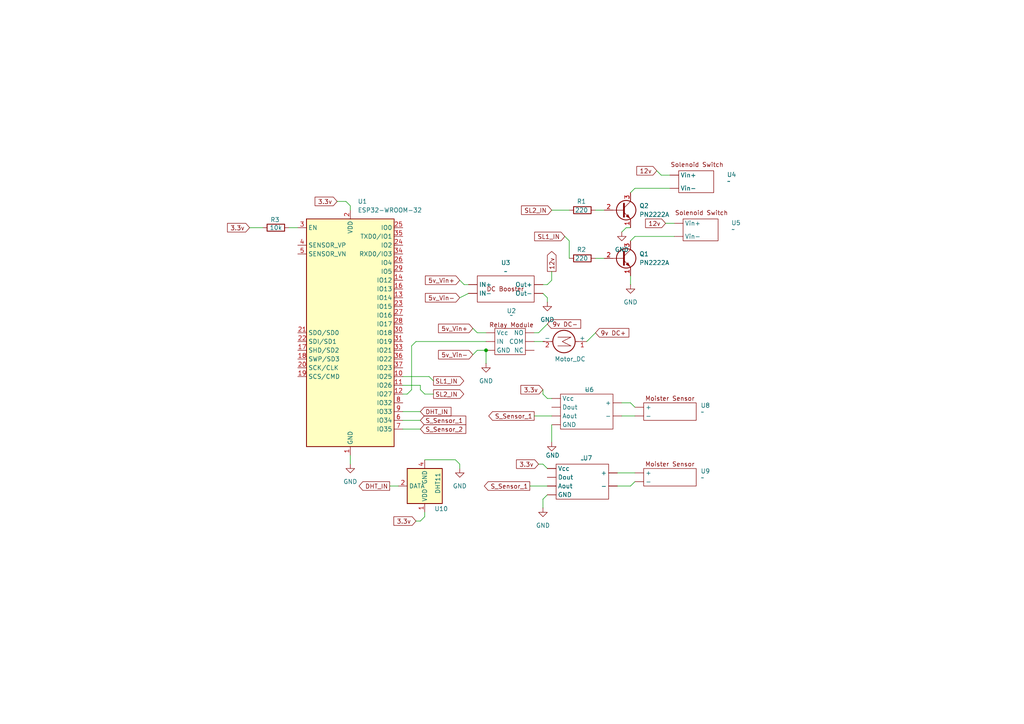
<source format=kicad_sch>
(kicad_sch (version 20250114) (generator "eeschema") (generator_version "9.0")
  (paper "A4")
  (title_block (date "2025-04-09"))
  (lib_symbols
    (symbol "Device:R" (pin_numbers (hide yes)) (pin_names (offset 0))
      (property "Reference" "R" (at 2.032 0 90))
      (property "Value" "R" (at 0 0 90))
      (symbol "R_0_1"
        (rectangle (start -1.016 -2.54) (end 1.016 2.54) (stroke (width 0.254)))
      )
      (symbol "R_1_1"
        (pin passive line (at 0 3.81 270) (length 1.27) (name "~") (number "1"))
        (pin passive line (at 0 -3.81 90) (length 1.27) (name "~") (number "2"))
      )
    )
    (symbol "Moisture_Sensor_Module_1"
      (property "Reference" "U" (at 0 0 0))
      (symbol "Moisture_Sensor_Module_1_0_1"
        (rectangle (start 0 -1.27) (end 15.24 -11.43))
      )
      (symbol "Moisture_Sensor_Module_1_1_1"
        (pin input line (at -2.54 -2.54 0) (length 2.54) (name "Vcc") (number ""))
        (pin output line (at -2.54 -5.08 0) (length 2.54) (name "Dout") (number ""))
        (pin output line (at -2.54 -7.62 0) (length 2.54) (name "Aout") (number ""))
        (pin input line (at -2.54 -10.16 0) (length 2.54) (name "GND") (number ""))
        (pin bidirectional line (at 17.78 -3.81 180) (length 2.54) (name "+") (number ""))
        (pin bidirectional line (at 17.78 -7.62 180) (length 2.54) (name "-") (number ""))
      )
    )
    (symbol "Moisture_sensor_1"
      (property "Reference" "U" (at 0 0 0))
      (symbol "Moisture_sensor_1_0_1"
        (rectangle (start 0 0) (end 15.24 -5.08))
      )
      (symbol "Moisture_sensor_1_1_1"
        (text "Moister Sensor" (at 7.62 1.27 0) (effects (font (size 1.27 1.27))))
        (pin bidirectional line (at -2.54 -1.27 0) (length 2.54) (name "+") (number ""))
        (pin bidirectional line (at -2.54 -3.81 0) (length 2.54) (name "-") (number ""))
      )
    )
    (symbol "Motor:Motor_DC" (pin_names (offset 0))
      (property "Reference" "M" (at 2.54 2.54 0))
      (property "Value" "Motor_DC" (at 2.54 -5.08 0))
      (symbol "Motor_DC_0_0"
        (polyline (pts (xy -1.27 -3.302) (xy -1.27 0.508) (xy 0 -2.032) (xy 1.27 0.508) (xy 1.27 -3.302)))
      )
      (symbol "Motor_DC_0_1"
        (polyline (pts (xy 0 2.032) (xy 0 2.54)))
        (polyline (pts (xy 0 1.7272) (xy 0 2.0828)))
        (circle (center 0 -1.524) (radius 3.2512) (stroke (width 0.254)))
        (polyline (pts (xy 0 -4.7752) (xy 0 -5.1816)))
        (polyline (pts (xy 0 -7.62) (xy 0 -7.112)))
      )
      (symbol "Motor_DC_1_1"
        (pin passive line (at 0 5.08 270) (length 2.54) (name "+") (number "1"))
        (pin passive line (at 0 -7.62 90) (length 2.54) (name "-") (number "2"))
      )
    )
    (symbol "RF_Module:ESP32-WROOM-32"
      (property "Reference" "U" (at -12.7 34.29 0))
      (property "Value" "ESP32-WROOM-32" (at 1.27 34.29 0))
      (symbol "ESP32-WROOM-32_0_1"
        (rectangle (start -12.7 33.02) (end 12.7 -33.02) (stroke (width 0.254)) (fill (type background)))
      )
      (symbol "ESP32-WROOM-32_1_1"
        (pin input line (at -15.24 30.48 0) (length 2.54) (name "EN") (number "3"))
        (pin input line (at -15.24 25.4 0) (length 2.54) (name "SENSOR_VP") (number "4"))
        (pin input line (at -15.24 22.86 0) (length 2.54) (name "SENSOR_VN") (number "5"))
        (pin bidirectional line (at -15.24 0 0) (length 2.54) (name "SDO/SD0") (number "21"))
        (pin bidirectional line (at -15.24 -2.54 0) (length 2.54) (name "SDI/SD1") (number "22"))
        (pin bidirectional line (at -15.24 -5.08 0) (length 2.54) (name "SHD/SD2") (number "17"))
        (pin bidirectional line (at -15.24 -7.62 0) (length 2.54) (name "SWP/SD3") (number "18"))
        (pin bidirectional line (at -15.24 -10.16 0) (length 2.54) (name "SCK/CLK") (number "20"))
        (pin bidirectional line (at -15.24 -12.7 0) (length 2.54) (name "SCS/CMD") (number "19"))
        (pin no_connect line (at -12.7 -27.94 0) (length 2.54) (hide yes) (name "NC") (number "32"))
        (pin power_in line (at 0 35.56 270) (length 2.54) (name "VDD") (number "2"))
        (pin power_in line (at 0 -35.56 90) (length 2.54) (name "GND") (number "1"))
        (pin passive line (at 0 -35.56 90) (length 2.54) (hide yes) (name "GND") (number "15"))
        (pin passive line (at 0 -35.56 90) (length 2.54) (hide yes) (name "GND") (number "38"))
        (pin passive line (at 0 -35.56 90) (length 2.54) (hide yes) (name "GND") (number "39"))
        (pin bidirectional line (at 15.24 30.48 180) (length 2.54) (name "IO0") (number "25"))
        (pin bidirectional line (at 15.24 27.94 180) (length 2.54) (name "TXD0/IO1") (number "35"))
        (pin bidirectional line (at 15.24 25.4 180) (length 2.54) (name "IO2") (number "24"))
        (pin bidirectional line (at 15.24 22.86 180) (length 2.54) (name "RXD0/IO3") (number "34"))
        (pin bidirectional line (at 15.24 20.32 180) (length 2.54) (name "IO4") (number "26"))
        (pin bidirectional line (at 15.24 17.78 180) (length 2.54) (name "IO5") (number "29"))
        (pin bidirectional line (at 15.24 15.24 180) (length 2.54) (name "IO12") (number "14"))
        (pin bidirectional line (at 15.24 12.7 180) (length 2.54) (name "IO13") (number "16"))
        (pin bidirectional line (at 15.24 10.16 180) (length 2.54) (name "IO14") (number "13"))
        (pin bidirectional line (at 15.24 7.62 180) (length 2.54) (name "IO15") (number "23"))
        (pin bidirectional line (at 15.24 5.08 180) (length 2.54) (name "IO16") (number "27"))
        (pin bidirectional line (at 15.24 2.54 180) (length 2.54) (name "IO17") (number "28"))
        (pin bidirectional line (at 15.24 0 180) (length 2.54) (name "IO18") (number "30"))
        (pin bidirectional line (at 15.24 -2.54 180) (length 2.54) (name "IO19") (number "31"))
        (pin bidirectional line (at 15.24 -5.08 180) (length 2.54) (name "IO21") (number "33"))
        (pin bidirectional line (at 15.24 -7.62 180) (length 2.54) (name "IO22") (number "36"))
        (pin bidirectional line (at 15.24 -10.16 180) (length 2.54) (name "IO23") (number "37"))
        (pin bidirectional line (at 15.24 -12.7 180) (length 2.54) (name "IO25") (number "10"))
        (pin bidirectional line (at 15.24 -15.24 180) (length 2.54) (name "IO26") (number "11"))
        (pin bidirectional line (at 15.24 -17.78 180) (length 2.54) (name "IO27") (number "12"))
        (pin bidirectional line (at 15.24 -20.32 180) (length 2.54) (name "IO32") (number "8"))
        (pin bidirectional line (at 15.24 -22.86 180) (length 2.54) (name "IO33") (number "9"))
        (pin input line (at 15.24 -25.4 180) (length 2.54) (name "IO34") (number "6"))
        (pin input line (at 15.24 -27.94 180) (length 2.54) (name "IO35") (number "7"))
      )
    )
    (symbol "Sensor:DHT11"
      (property "Reference" "U" (at -3.81 6.35 0))
      (property "Value" "DHT11" (at 3.81 6.35 0))
      (symbol "DHT11_0_1"
        (rectangle (start -5.08 5.08) (end 5.08 -5.08) (stroke (width 0.254)) (fill (type background)))
      )
      (symbol "DHT11_1_1"
        (pin no_connect line (at -5.08 0 0) (length 2.54) (hide yes) (name "NC") (number "3"))
        (pin power_in line (at 0 7.62 270) (length 2.54) (name "VDD") (number "1"))
        (pin power_in line (at 0 -7.62 90) (length 2.54) (name "GND") (number "4"))
        (pin bidirectional line (at 7.62 0 180) (length 2.54) (name "DATA") (number "2"))
      )
    )
    (symbol "Solenoid_Valve_1"
      (property "Reference" "U" (at 0 0 0))
      (symbol "Solenoid_Valve_1_0_1"
        (rectangle (start 0 -5.08) (end 10.16 -11.43))
      )
      (symbol "Solenoid_Valve_1_1_1"
        (text "Solenoid Switch" (at 5.334 -3.302 0) (effects (font (size 1.27 1.27))))
        (pin input line (at -2.54 -6.35 0) (length 2.54) (name "Vin+") (number ""))
        (pin input line (at -2.54 -10.16 0) (length 2.54) (name "Vin-") (number ""))
      )
    )
    (symbol "Transistor_BJT:PN2222A" (pin_names (offset 0) (hide yes))
      (property "Reference" "Q" (at 5.08 1.905 0))
      (property "Value" "PN2222A" (at 5.08 0 0))
      (symbol "PN2222A_0_1"
        (polyline (pts (xy -2.54 0) (xy 0.635 0)))
        (polyline (pts (xy 0.635 1.905) (xy 0.635 -1.905)) (stroke (width 0.508)))
        (circle (center 1.27 0) (radius 2.8194) (stroke (width 0.254)))
      )
      (symbol "PN2222A_1_1"
        (polyline (pts (xy 0.635 0.635) (xy 2.54 2.54)))
        (polyline (pts (xy 0.635 -0.635) (xy 2.54 -2.54)))
        (polyline (pts (xy 1.27 -1.778) (xy 1.778 -1.27) (xy 2.286 -2.286) (xy 1.27 -1.778)) (fill (type outline)))
        (pin input line (at -5.08 0 0) (length 2.54) (name "B") (number "2"))
        (pin passive line (at 2.54 5.08 270) (length 2.54) (name "C") (number "3"))
        (pin passive line (at 2.54 -5.08 90) (length 2.54) (name "E") (number "1"))
      )
    )
    (symbol "power:GND" (power) (pin_numbers (hide yes)) (pin_names (offset 0) (hide yes))
      (property "Value" "GND" (at 0 -3.81 0))
      (symbol "GND_0_1"
        (polyline (pts (xy 0 0) (xy 0 -1.27) (xy 1.27 -1.27) (xy 0 -2.54) (xy -1.27 -1.27) (xy 0 -1.27)))
      )
      (symbol "GND_1_1"
        (pin power_in line (at 0 0 270) (length 0) (name "~") (number "1"))
      )
    )
    (symbol "s6_projects:DC Booster"
      (property "Reference" "U" (at 0 0 0))
      (symbol "DC Booster_0_1"
        (rectangle (start 0 -1.27) (end 16.51 -8.89))
      )
      (symbol "DC Booster_1_1"
        (text "DC Booster" (at 8.128 -5.08 0) (effects (font (size 1.27 1.27))))
        (pin bidirectional line (at -2.54 -3.81 0) (length 2.54) (name "IN+") (number ""))
        (pin bidirectional line (at -2.54 -6.35 0) (length 2.54) (name "IN-") (number ""))
        (pin bidirectional line (at 19.05 -3.81 180) (length 2.54) (name "Out+") (number ""))
        (pin bidirectional line (at 19.05 -6.35 180) (length 2.54) (name "Out-") (number ""))
      )
    )
    (symbol "s6_projects:Moisture_Sensor_Module"
      (property "Reference" "U" (at 0 0 0))
      (symbol "Moisture_Sensor_Module_0_1"
        (rectangle (start 0 -1.27) (end 15.24 -11.43))
      )
      (symbol "Moisture_Sensor_Module_1_1"
        (pin input line (at -2.54 -2.54 0) (length 2.54) (name "Vcc") (number ""))
        (pin output line (at -2.54 -5.08 0) (length 2.54) (name "Dout") (number ""))
        (pin output line (at -2.54 -7.62 0) (length 2.54) (name "Aout") (number ""))
        (pin input line (at -2.54 -10.16 0) (length 2.54) (name "GND") (number ""))
        (pin bidirectional line (at 17.78 -3.81 180) (length 2.54) (name "+") (number ""))
        (pin bidirectional line (at 17.78 -7.62 180) (length 2.54) (name "-") (number ""))
      )
    )
    (symbol "s6_projects:Moisture_sensor"
      (property "Reference" "U" (at 0 0 0))
      (symbol "Moisture_sensor_0_1"
        (rectangle (start 0 0) (end 15.24 -5.08))
      )
      (symbol "Moisture_sensor_1_1"
        (text "Moister Sensor" (at 7.62 1.27 0) (effects (font (size 1.27 1.27))))
        (pin bidirectional line (at -2.54 -1.27 0) (length 2.54) (name "+") (number ""))
        (pin bidirectional line (at -2.54 -3.81 0) (length 2.54) (name "-") (number ""))
      )
    )
    (symbol "s6_projects:Realy s6 ec"
      (property "Reference" "U" (at 0 0 0))
      (symbol "Realy s6 ec_0_1"
        (rectangle (start 0 -2.54) (end 8.89 -10.16))
      )
      (symbol "Realy s6 ec_1_1"
        (text "Relay Module" (at 4.826 -1.524 0) (effects (font (size 1.27 1.27))))
        (pin input line (at -2.54 -3.81 0) (length 2.54) (name "Vcc") (number ""))
        (pin bidirectional line (at -2.54 -6.35 0) (length 2.54) (name "IN") (number ""))
        (pin input line (at -2.54 -8.89 0) (length 2.54) (name "GND") (number ""))
        (pin bidirectional line (at 11.43 -3.81 180) (length 2.54) (name "NO") (number ""))
        (pin bidirectional line (at 11.43 -6.35 180) (length 2.54) (name "COM") (number ""))
        (pin bidirectional line (at 11.43 -8.89 180) (length 2.54) (name "NC") (number ""))
      )
    )
    (symbol "s6_projects:Solenoid_Valve"
      (property "Reference" "U" (at 0 0 0))
      (symbol "Solenoid_Valve_0_1"
        (rectangle (start 0 -5.08) (end 10.16 -11.43))
      )
      (symbol "Solenoid_Valve_1_1"
        (text "Solenoid Switch" (at 5.334 -3.302 0) (effects (font (size 1.27 1.27))))
        (pin input line (at -2.54 -6.35 0) (length 2.54) (name "Vin+") (number ""))
        (pin input line (at -2.54 -10.16 0) (length 2.54) (name "Vin-") (number ""))
      )
    )
  )
  (junction (at 140.97 101.6))
  (wire (pts (xy 180.34 120.65) (xy 184.15 120.65)))
  (wire (pts (xy 157.48 114.3) (xy 158.75 115.57)))
  (wire (pts (xy 158.75 115.57) (xy 160.02 115.57)))
  (wire (pts (xy 153.67 140.97) (xy 158.75 140.97)))
  (wire (pts (xy 170.18 99.06) (xy 172.72 96.52)))
  (wire (pts (xy 134.62 82.55) (xy 135.89 82.55)))
  (wire (pts (xy 116.84 114.3) (xy 118.11 114.3)))
  (wire (pts (xy 182.88 140.97) (xy 184.15 139.7)))
  (wire (pts (xy 184.15 68.58) (xy 195.58 68.58)))
  (wire (pts (xy 119.38 113.03) (xy 119.38 100.33)))
  (wire (pts (xy 190.5 49.53) (xy 191.77 50.8)))
  (wire (pts (xy 121.92 111.76) (xy 121.92 113.03)))
  (wire (pts (xy 113.03 140.97) (xy 115.57 140.97)))
  (wire (pts (xy 133.35 134.62) (xy 133.35 135.89)))
  (wire (pts (xy 180.34 116.84) (xy 182.88 116.84)))
  (wire (pts (xy 157.48 85.09) (xy 158.75 86.36)))
  (wire (pts (xy 160.02 123.19) (xy 160.02 128.27)))
  (wire (pts (xy 157.48 144.78) (xy 158.75 143.51)))
  (wire (pts (xy 157.48 82.55) (xy 158.75 82.55)))
  (wire (pts (xy 157.48 113.03) (xy 157.48 114.3)))
  (wire (pts (xy 191.77 50.8) (xy 194.31 50.8)))
  (wire (pts (xy 116.84 111.76) (xy 121.92 111.76)))
  (wire (pts (xy 184.15 54.61) (xy 194.31 54.61)))
  (wire (pts (xy 154.94 99.06) (xy 157.48 99.06)))
  (wire (pts (xy 121.92 113.03) (xy 123.19 114.3)))
  (wire (pts (xy 133.35 86.36) (xy 135.89 85.09)))
  (wire (pts (xy 118.11 114.3) (xy 119.38 113.03)))
  (wire (pts (xy 179.07 140.97) (xy 182.88 140.97)))
  (wire (pts (xy 101.6 59.69) (xy 101.6 60.96)))
  (wire (pts (xy 97.79 58.42) (xy 100.33 58.42)))
  (wire (pts (xy 121.92 151.13) (xy 123.19 149.86)))
  (wire (pts (xy 172.72 74.93) (xy 175.26 74.93)))
  (wire (pts (xy 158.75 82.55) (xy 160.02 81.28)))
  (wire (pts (xy 120.65 99.06) (xy 140.97 99.06)))
  (wire (pts (xy 165.1 69.85) (xy 165.1 74.93)))
  (wire (pts (xy 193.04 64.77) (xy 195.58 64.77)))
  (wire (pts (xy 180.34 67.31) (xy 181.61 66.04)))
  (wire (pts (xy 123.19 114.3) (xy 125.73 114.3)))
  (wire (pts (xy 182.88 116.84) (xy 184.15 118.11)))
  (wire (pts (xy 181.61 66.04) (xy 182.88 66.04)))
  (wire (pts (xy 154.94 120.65) (xy 160.02 120.65)))
  (wire (pts (xy 182.88 69.85) (xy 184.15 68.58)))
  (wire (pts (xy 123.19 148.59) (xy 123.19 149.86)))
  (wire (pts (xy 140.97 101.6) (xy 140.97 105.41)))
  (wire (pts (xy 182.88 80.01) (xy 182.88 82.55)))
  (wire (pts (xy 160.02 78.74) (xy 160.02 81.28)))
  (wire (pts (xy 179.07 137.16) (xy 184.15 137.16)))
  (wire (pts (xy 123.19 133.35) (xy 132.08 133.35)))
  (wire (pts (xy 116.84 124.46) (xy 121.92 124.46)))
  (wire (pts (xy 160.02 60.96) (xy 165.1 60.96)))
  (wire (pts (xy 172.72 60.96) (xy 175.26 60.96)))
  (wire (pts (xy 83.82 66.04) (xy 86.36 66.04)))
  (wire (pts (xy 133.35 81.28) (xy 134.62 82.55)))
  (wire (pts (xy 116.84 121.92) (xy 121.92 121.92)))
  (wire (pts (xy 156.21 134.62) (xy 157.48 134.62)))
  (wire (pts (xy 182.88 55.88) (xy 184.15 54.61)))
  (wire (pts (xy 101.6 59.69) (xy 100.33 58.42)))
  (wire (pts (xy 157.48 144.78) (xy 157.48 147.32)))
  (wire (pts (xy 116.84 119.38) (xy 121.92 119.38)))
  (wire (pts (xy 119.38 100.33) (xy 120.65 99.06)))
  (wire (pts (xy 124.46 109.22) (xy 125.73 110.49)))
  (wire (pts (xy 72.39 66.04) (xy 76.2 66.04)))
  (wire (pts (xy 138.43 96.52) (xy 140.97 96.52)))
  (wire (pts (xy 132.08 133.35) (xy 133.35 134.62)))
  (wire (pts (xy 156.21 96.52) (xy 158.75 93.98)))
  (wire (pts (xy 137.16 95.25) (xy 138.43 96.52)))
  (wire (pts (xy 163.83 68.58) (xy 165.1 69.85)))
  (wire (pts (xy 154.94 96.52) (xy 156.21 96.52)))
  (wire (pts (xy 120.65 151.13) (xy 121.92 151.13)))
  (wire (pts (xy 137.16 102.87) (xy 138.43 101.6)))
  (wire (pts (xy 138.43 101.6) (xy 140.97 101.6)))
  (wire (pts (xy 116.84 109.22) (xy 124.46 109.22)))
  (wire (pts (xy 157.48 134.62) (xy 158.75 135.89)))
  (wire (pts (xy 158.75 86.36) (xy 158.75 87.63)))
  (wire (pts (xy 101.6 132.08) (xy 101.6 134.62)))
  (global_label "S_Sensor_1" (shape input) (at 121.92 121.92 0) (property "Intersheetrefs" "${INTERSHEET_REFS}" (effects (hide yes))))
  (global_label "12v" (shape input) (at 193.04 64.77 180) (property "Intersheetrefs" "${INTERSHEET_REFS}" (effects (hide yes))))
  (global_label "S_Sensor_1" (shape output) (at 153.67 140.97 180) (property "Intersheetrefs" "${INTERSHEET_REFS}" (effects (hide yes))))
  (global_label "S_Sensor_1" (shape output) (at 154.94 120.65 180) (property "Intersheetrefs" "${INTERSHEET_REFS}" (effects (hide yes))))
  (global_label "SL1_IN" (shape output) (at 125.73 110.49 0) (property "Intersheetrefs" "${INTERSHEET_REFS}" (effects (hide yes))))
  (global_label "3.3v" (shape input) (at 72.39 66.04 180) (property "Intersheetrefs" "${INTERSHEET_REFS}" (effects (hide yes))))
  (global_label "5v_Vin+" (shape input) (at 133.35 81.28 180) (property "Intersheetrefs" "${INTERSHEET_REFS}" (effects (hide yes))))
  (global_label "9v DC+" (shape input) (at 172.72 96.52 0) (property "Intersheetrefs" "${INTERSHEET_REFS}" (effects (hide yes))))
  (global_label "SL1_IN" (shape input) (at 163.83 68.58 180) (property "Intersheetrefs" "${INTERSHEET_REFS}" (effects (hide yes))))
  (global_label "5v_Vin-" (shape input) (at 133.35 86.36 180) (property "Intersheetrefs" "${INTERSHEET_REFS}" (effects (hide yes))))
  (global_label "S_Sensor_2" (shape input) (at 121.92 124.46 0) (property "Intersheetrefs" "${INTERSHEET_REFS}" (effects (hide yes))))
  (global_label "3.3v" (shape input) (at 156.21 134.62 180) (property "Intersheetrefs" "${INTERSHEET_REFS}" (effects (hide yes))))
  (global_label "SL2_IN" (shape output) (at 125.73 114.3 0) (property "Intersheetrefs" "${INTERSHEET_REFS}" (effects (hide yes))))
  (global_label "12v" (shape output) (at 160.02 78.74 90) (property "Intersheetrefs" "${INTERSHEET_REFS}" (effects (hide yes))))
  (global_label "3.3v" (shape input) (at 120.65 151.13 180) (property "Intersheetrefs" "${INTERSHEET_REFS}" (effects (hide yes))))
  (global_label "DHT_IN" (shape input) (at 121.92 119.38 0) (property "Intersheetrefs" "${INTERSHEET_REFS}" (effects (hide yes))))
  (global_label "12v" (shape input) (at 190.5 49.53 180) (property "Intersheetrefs" "${INTERSHEET_REFS}" (effects (hide yes))))
  (global_label "5v_Vin-" (shape input) (at 137.16 102.87 180) (property "Intersheetrefs" "${INTERSHEET_REFS}" (effects (hide yes))))
  (global_label "SL2_IN" (shape input) (at 160.02 60.96 180) (property "Intersheetrefs" "${INTERSHEET_REFS}" (effects (hide yes))))
  (global_label "3.3v" (shape input) (at 97.79 58.42 180) (property "Intersheetrefs" "${INTERSHEET_REFS}" (effects (hide yes))))
  (global_label "3.3v" (shape input) (at 157.48 113.03 180) (property "Intersheetrefs" "${INTERSHEET_REFS}" (effects (hide yes))))
  (global_label "DHT_IN" (shape output) (at 113.03 140.97 180) (property "Intersheetrefs" "${INTERSHEET_REFS}" (effects (hide yes))))
  (global_label "9v DC-" (shape input) (at 158.75 93.98 0) (property "Intersheetrefs" "${INTERSHEET_REFS}" (effects (hide yes))))
  (global_label "5v_Vin+" (shape input) (at 137.16 95.25 180) (property "Intersheetrefs" "${INTERSHEET_REFS}" (effects (hide yes))))
  (symbol (lib_id "power:GND") (at 180.34 67.31 0) (unit 1)
    (property "Reference" "#PWR04" (effects (hide yes)))
    (property "Value" "GND" (at 180.34 72.39 0))
    (property "Description" "Power symbol creates a global label with name \"GND\" , ground" (effects (hide yes)))
  )
  (symbol (lib_name "Solenoid_Valve_1") (lib_id "s6_projects:Solenoid_Valve") (at 198.12 58.42 0) (unit 1)
    (property "Reference" "U5" (at 212.09 64.6401 0) (effects (justify left)))
    (property "Value" "~" (at 212.09 66.5452 0) (effects (justify left)))
  )
  (symbol (lib_id "s6_projects:Solenoid_Valve") (at 196.85 44.45 0) (unit 1)
    (property "Reference" "U4" (at 210.82 50.6701 0) (effects (justify left)))
    (property "Value" "~" (at 210.82 52.5752 0) (effects (justify left)))
  )
  (symbol (lib_id "s6_projects:Moisture_sensor") (at 186.69 116.84 0) (unit 1)
    (property "Reference" "U8" (at 203.2 117.5991 0) (effects (justify left)))
    (property "Value" "~" (at 203.2 119.5042 0) (effects (justify left)))
  )
  (symbol (lib_id "power:GND") (at 157.48 147.32 0) (unit 1)
    (property "Reference" "#PWR06" (effects (hide yes)))
    (property "Value" "GND" (at 157.48 152.4 0))
    (property "Description" "Power symbol creates a global label with name \"GND\" , ground" (effects (hide yes)))
  )
  (symbol (lib_id "Device:R") (at 168.91 74.93 270) (unit 1)
    (property "Reference" "R2" (at 168.656 72.39 90))
    (property "Value" "220" (at 168.656 74.93 90))
    (property "Description" "Resistor" (effects (hide yes)))
  )
  (symbol (lib_id "s6_projects:DC Booster") (at 138.43 78.74 0) (unit 1)
    (property "Reference" "U3" (at 146.685 76.2 0))
    (property "Value" "~" (at 146.685 78.74 0))
  )
  (symbol (lib_id "Sensor:DHT11") (at 123.19 140.97 180) (unit 1)
    (property "Reference" "U10" (at 125.984 147.574 0) (effects (justify right)))
    (property "Value" "DHT11" (at 127 143.256 90) (effects (justify right)))
    (property "Footprint" "Sensor:Aosong_DHT11_5.5x12.0_P2.54mm" (effects (hide yes)))
    (property "Datasheet" "http://akizukidenshi.com/download/ds/aosong/DHT11.pdf" (effects (hide yes)))
    (property "Description" "3.3V to 5.5V, temperature and humidity module, DHT11" (effects (hide yes)))
  )
  (symbol (lib_id "Motor:Motor_DC") (at 165.1 99.06 270) (unit 1)
    (property "Reference" "M1" (effects (hide yes)))
    (property "Value" "Motor_DC" (at 165.354 104.14 90))
    (property "Description" "DC Motor" (effects (hide yes)))
  )
  (symbol (lib_id "power:GND") (at 140.97 105.41 0) (unit 1)
    (property "Reference" "#PWR01" (effects (hide yes)))
    (property "Value" "GND" (at 140.97 110.49 0))
    (property "Description" "Power symbol creates a global label with name \"GND\" , ground" (effects (hide yes)))
  )
  (symbol (lib_id "Transistor_BJT:PN2222A") (at 180.34 60.96 0) (unit 1)
    (property "Reference" "Q2" (at 185.42 59.6899 0) (effects (justify left)))
    (property "Value" "PN2222A" (at 185.42 62.2299 0) (effects (justify left)))
    (property "Footprint" "Package_TO_SOT_THT:TO-92_Inline" (effects (hide yes)))
    (property "Datasheet" "https://www.onsemi.com/pub/Collateral/PN2222-D.PDF" (effects (hide yes)))
    (property "Description" "1A Ic, 40V Vce, NPN Transistor, General Purpose Transistor, TO-92" (effects (hide yes)))
  )
  (symbol (lib_id "s6_projects:Moisture_Sensor_Module") (at 162.56 113.03 0) (unit 1)
    (property "Reference" "U6" (at 170.942 113.03 0))
    (property "Value" "~" (at 170.18 113.03 0))
  )
  (symbol (lib_id "power:GND") (at 182.88 82.55 0) (unit 1)
    (property "Reference" "#PWR03" (effects (hide yes)))
    (property "Value" "GND" (at 182.88 87.63 0))
    (property "Description" "Power symbol creates a global label with name \"GND\" , ground" (effects (hide yes)))
  )
  (symbol (lib_name "Moisture_Sensor_Module_1") (lib_id "s6_projects:Moisture_Sensor_Module") (at 161.29 133.35 0) (unit 1)
    (property "Reference" "U7" (at 170.434 132.842 0))
    (property "Value" "~" (at 168.91 133.35 0))
  )
  (symbol (lib_id "power:GND") (at 158.75 87.63 0) (unit 1)
    (property "Reference" "#PWR02" (effects (hide yes)))
    (property "Value" "GND" (at 158.75 92.71 0))
    (property "Description" "Power symbol creates a global label with name \"GND\" , ground" (effects (hide yes)))
  )
  (symbol (lib_id "Transistor_BJT:PN2222A") (at 180.34 74.93 0) (unit 1)
    (property "Reference" "Q1" (at 185.42 73.6599 0) (effects (justify left)))
    (property "Value" "PN2222A" (at 185.42 76.1999 0) (effects (justify left)))
    (property "Footprint" "Package_TO_SOT_THT:TO-92_Inline" (effects (hide yes)))
    (property "Datasheet" "https://www.onsemi.com/pub/Collateral/PN2222-D.PDF" (effects (hide yes)))
    (property "Description" "1A Ic, 40V Vce, NPN Transistor, General Purpose Transistor, TO-92" (effects (hide yes)))
  )
  (symbol (lib_id "Device:R") (at 80.01 66.04 270) (unit 1)
    (property "Reference" "R3" (at 79.756 63.754 90))
    (property "Value" "10k" (at 80.01 66.04 90))
    (property "Description" "Resistor" (effects (hide yes)))
  )
  (symbol (lib_id "s6_projects:Realy s6 ec") (at 143.51 92.71 0) (unit 1)
    (property "Reference" "U2" (at 148.336 90.17 0))
    (property "Value" "~" (at 148.336 91.44 0))
  )
  (symbol (lib_id "power:GND") (at 133.35 135.89 0) (unit 1)
    (property "Reference" "#PWR08" (effects (hide yes)))
    (property "Value" "GND" (at 133.35 140.97 0))
    (property "Description" "Power symbol creates a global label with name \"GND\" , ground" (effects (hide yes)))
  )
  (symbol (lib_id "power:GND") (at 101.6 134.62 0) (unit 1)
    (property "Reference" "#PWR05" (effects (hide yes)))
    (property "Value" "GND" (at 101.6 139.7 0))
    (property "Description" "Power symbol creates a global label with name \"GND\" , ground" (effects (hide yes)))
  )
  (symbol (lib_name "Moisture_sensor_1") (lib_id "s6_projects:Moisture_sensor") (at 186.69 135.89 0) (unit 1)
    (property "Reference" "U9" (at 203.2 136.6491 0) (effects (justify left)))
    (property "Value" "~" (at 203.2 138.5542 0) (effects (justify left)))
  )
  (symbol (lib_id "Device:R") (at 168.91 60.96 270) (unit 1)
    (property "Reference" "R1" (at 168.656 58.42 90))
    (property "Value" "220" (at 168.656 60.96 90))
    (property "Description" "Resistor" (effects (hide yes)))
  )
  (symbol (lib_id "RF_Module:ESP32-WROOM-32") (at 101.6 96.52 0) (unit 1)
    (property "Reference" "U1" (at 103.7433 58.42 0) (effects (justify left)))
    (property "Value" "ESP32-WROOM-32" (at 103.7433 60.96 0) (effects (justify left)))
    (property "Footprint" "RF_Module:ESP32-WROOM-32" (effects (hide yes)))
    (property "Datasheet" "https://www.espressif.com/sites/default/files/documentation/esp32-wroom-32_datasheet_en.pdf" (effects (hide yes)))
    (property "Description" "RF Module, ESP32-D0WDQ6 SoC, Wi-Fi 802.11b/g/n, Bluetooth, BLE, 32-bit, 2.7-3.6V, onboard antenna, SMD" (effects (hide yes)))
  )
  (symbol (lib_id "power:GND") (at 160.02 128.27 0) (unit 1)
    (property "Reference" "#PWR07" (effects (hide yes)))
    (property "Value" "GND" (at 160.274 132.08 0))
    (property "Description" "Power symbol creates a global label with name \"GND\" , ground" (effects (hide yes)))
  )
)
</source>
